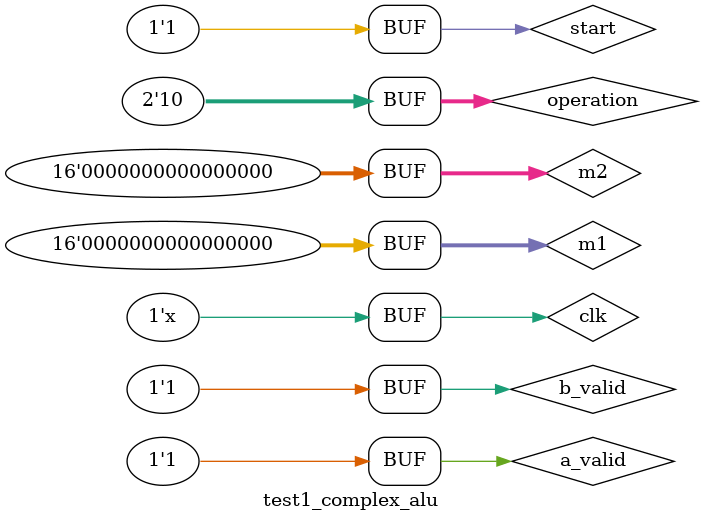
<source format=v>
`timescale 1ns / 1ps


module test1_complex_alu;

	// Inputs
	reg clk;
	reg [1:0] operation;
	reg a_valid;
	reg b_valid;
	reg start;
	reg [15:0] m1;
	reg [15:0] m2;

	// Outputs
	wire valid;
	wire error;
	wire [47:0] result;

	// Instantiate the Unit Under Test (UUT)
	Comlex_ALU uut (
		.clk(clk), 
		.operation(operation), 
		.a_valid(a_valid), 
		.b_valid(b_valid), 
		.start(start), 
		.m1(m1), 
		.m2(m2), 
		.valid(valid), 
		.error(error), 
		.result(result)
	);
	
	initial begin
$dumpfile ("mahbod.vcd"); // Change filename as appropriate. 
$dumpvars(1, test1_complex_alu.uut); 
end 

	initial begin
		// Initialize Inputs
		clk = 0;
		operation = 0;
		a_valid = 0;
		b_valid = 0;
		start = 0;
		m1 = 0;
		m2 = 0;

		// Wait 100 ns for global reset to finish
		#10;
		start = 1;
		  b_valid=1;
		a_valid=1;
		operation=0;
		#100
//		operation=3;
//		#100
		operation=1;
		#100
		operation=2;
        
		// Add stimulus here

	end
	always  
	#10 clk=!clk;
      
endmodule


</source>
